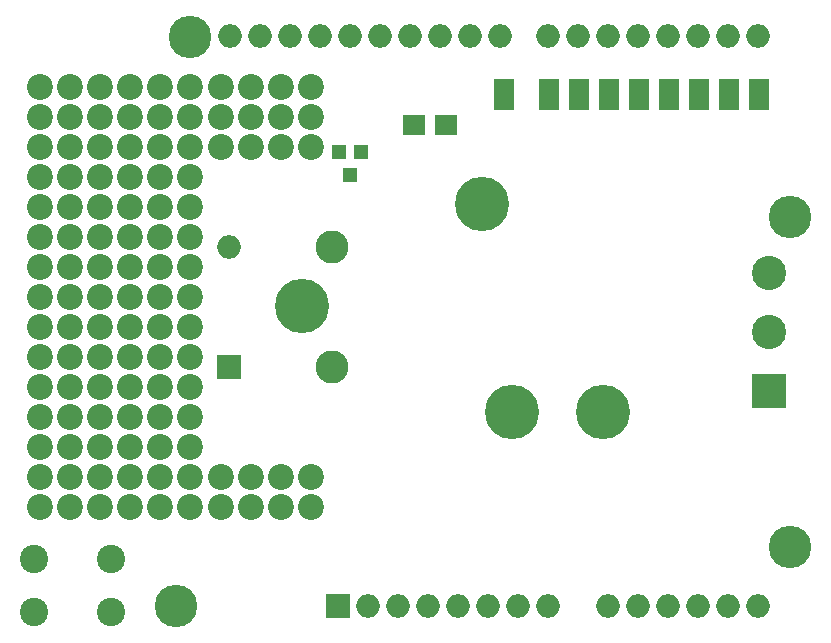
<source format=gts>
G04 #@! TF.GenerationSoftware,KiCad,Pcbnew,(2017-11-08 revision cd21218)-HEAD*
G04 #@! TF.CreationDate,2018-02-12T10:39:37+02:00*
G04 #@! TF.ProjectId,esp8266_uno_relay,657370383236365F756E6F5F72656C61,rev?*
G04 #@! TF.SameCoordinates,Original*
G04 #@! TF.FileFunction,Soldermask,Top*
G04 #@! TF.FilePolarity,Negative*
%FSLAX46Y46*%
G04 Gerber Fmt 4.6, Leading zero omitted, Abs format (unit mm)*
G04 Created by KiCad (PCBNEW (2017-11-08 revision cd21218)-HEAD) date Mon Feb 12 10:39:37 2018*
%MOMM*%
%LPD*%
G01*
G04 APERTURE LIST*
%ADD10C,2.200000*%
%ADD11C,2.800000*%
%ADD12C,4.600000*%
%ADD13C,3.600000*%
%ADD14O,2.000000X2.000000*%
%ADD15R,2.000000X2.000000*%
%ADD16R,1.670000X1.370000*%
%ADD17R,2.900000X2.900000*%
%ADD18C,2.900000*%
%ADD19R,1.200000X1.300000*%
%ADD20R,1.900000X1.700000*%
%ADD21C,2.400000*%
G04 APERTURE END LIST*
D10*
X130700000Y-132830000D03*
X128160000Y-135330000D03*
X128160000Y-132830000D03*
X130700000Y-135330000D03*
X125620000Y-135330000D03*
X125620000Y-132830000D03*
X123080000Y-132830000D03*
X123080000Y-135330000D03*
X125620000Y-104830000D03*
X123080000Y-104830000D03*
X130700000Y-104830000D03*
X128160000Y-99750000D03*
X130700000Y-99750000D03*
X125620000Y-102290000D03*
X128160000Y-104830000D03*
X123080000Y-102290000D03*
X130700000Y-102290000D03*
X128160000Y-102290000D03*
X125620000Y-99750000D03*
X123080000Y-99750000D03*
X120450000Y-135310000D03*
X117910000Y-135310000D03*
X115370000Y-135310000D03*
X112830000Y-135310000D03*
X110290000Y-135310000D03*
X107750000Y-135310000D03*
X120450000Y-132770000D03*
X117910000Y-132770000D03*
X115370000Y-132770000D03*
X112830000Y-132770000D03*
X110290000Y-132770000D03*
X107750000Y-132770000D03*
X120450000Y-130230000D03*
X117910000Y-130230000D03*
X115370000Y-130230000D03*
X112830000Y-130230000D03*
X110290000Y-130230000D03*
X107750000Y-130230000D03*
X120450000Y-127690000D03*
X117910000Y-127690000D03*
X115370000Y-127690000D03*
X112830000Y-127690000D03*
X110290000Y-127690000D03*
X107750000Y-127690000D03*
X120450000Y-125150000D03*
X117910000Y-125150000D03*
X115370000Y-125150000D03*
X112830000Y-125150000D03*
X110290000Y-125150000D03*
X107750000Y-125150000D03*
X120450000Y-122610000D03*
X117910000Y-122610000D03*
X115370000Y-122610000D03*
X112830000Y-122610000D03*
X110290000Y-122610000D03*
X107750000Y-122610000D03*
X120450000Y-120070000D03*
X117910000Y-120070000D03*
X115370000Y-120070000D03*
X112830000Y-120070000D03*
X110290000Y-120070000D03*
X107750000Y-120070000D03*
X120450000Y-117530000D03*
X117910000Y-117530000D03*
X115370000Y-117530000D03*
X112830000Y-117530000D03*
X110290000Y-117530000D03*
X107750000Y-117530000D03*
X120450000Y-114990000D03*
X117910000Y-114990000D03*
X115370000Y-114990000D03*
X112830000Y-114990000D03*
X110290000Y-114990000D03*
X107750000Y-114990000D03*
X120450000Y-112450000D03*
X117910000Y-112450000D03*
X115370000Y-112450000D03*
X112830000Y-112450000D03*
X110290000Y-112450000D03*
X107750000Y-112450000D03*
X120450000Y-109910000D03*
X117910000Y-109910000D03*
X115370000Y-109910000D03*
X112830000Y-109910000D03*
X110290000Y-109910000D03*
X107750000Y-109910000D03*
X120450000Y-107370000D03*
X117910000Y-107370000D03*
X115370000Y-107370000D03*
X112830000Y-107370000D03*
X110290000Y-107370000D03*
X107750000Y-107370000D03*
X120450000Y-104830000D03*
X117910000Y-104830000D03*
X115370000Y-104830000D03*
X112830000Y-104830000D03*
X110290000Y-104830000D03*
X107750000Y-104830000D03*
X120450000Y-102290000D03*
X117910000Y-102290000D03*
X115370000Y-102290000D03*
X112830000Y-102290000D03*
X110290000Y-102290000D03*
X107750000Y-102290000D03*
X120450000Y-99750000D03*
X117910000Y-99750000D03*
X115370000Y-99750000D03*
X112830000Y-99750000D03*
X110290000Y-99750000D03*
X107750000Y-99750000D03*
D11*
X132447976Y-113305136D03*
X132447976Y-123455136D03*
D12*
X129947976Y-118355136D03*
X145197976Y-109705136D03*
X147697976Y-127305136D03*
X155447976Y-127305136D03*
D13*
X119250000Y-143750000D03*
X171250000Y-138750000D03*
X171250000Y-110750000D03*
X120500000Y-95500000D03*
D14*
X123860000Y-95490000D03*
X126400000Y-95490000D03*
D15*
X133000000Y-143750000D03*
D14*
X163480000Y-95490000D03*
X135540000Y-143750000D03*
X160940000Y-95490000D03*
X138080000Y-143750000D03*
X158400000Y-95490000D03*
X140620000Y-143750000D03*
X155860000Y-95490000D03*
X143160000Y-143750000D03*
X153320000Y-95490000D03*
X145700000Y-143750000D03*
X150780000Y-95490000D03*
X148240000Y-143750000D03*
X146720000Y-95490000D03*
X150780000Y-143750000D03*
X144180000Y-95490000D03*
X155860000Y-143750000D03*
X141640000Y-95490000D03*
X158400000Y-143750000D03*
X139100000Y-95490000D03*
X160940000Y-143750000D03*
X136560000Y-95490000D03*
X163480000Y-143750000D03*
X134020000Y-95490000D03*
X166020000Y-143750000D03*
X131480000Y-95490000D03*
X168560000Y-143750000D03*
X128940000Y-95490000D03*
X168560000Y-95490000D03*
X166020000Y-95490000D03*
D15*
X123750000Y-123500000D03*
D14*
X123750000Y-113340000D03*
D16*
X168610000Y-101060000D03*
X168610000Y-99780000D03*
X166070000Y-99780000D03*
X166070000Y-101060000D03*
X163530000Y-101060000D03*
X163530000Y-99780000D03*
X160990000Y-99780000D03*
X160990000Y-101060000D03*
X158450000Y-101060000D03*
X158450000Y-99780000D03*
X155910000Y-99780000D03*
X155910000Y-101060000D03*
X153370000Y-101060000D03*
X153370000Y-99780000D03*
X150830000Y-99780000D03*
X150830000Y-101060000D03*
X147020000Y-101060000D03*
X147020000Y-99780000D03*
D17*
X169500000Y-125500000D03*
D18*
X169500000Y-120500000D03*
X169500000Y-115500000D03*
D19*
X134950000Y-105250000D03*
X133050000Y-105250000D03*
X134000000Y-107250000D03*
D20*
X139400000Y-103000000D03*
X142100000Y-103000000D03*
D21*
X107250000Y-144250000D03*
X107250000Y-139750000D03*
X113750000Y-144250000D03*
X113750000Y-139750000D03*
M02*

</source>
